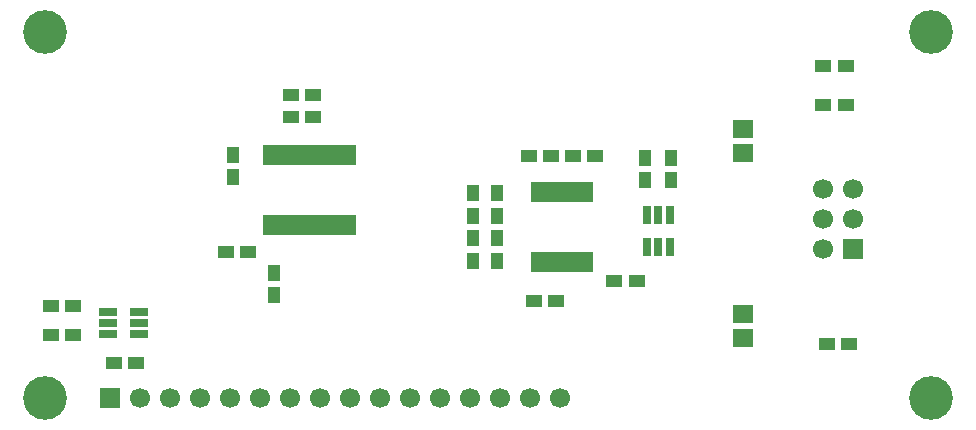
<source format=gts>
G04 Layer_Color=8388736*
%FSLAX25Y25*%
%MOIN*%
G70*
G01*
G75*
%ADD34R,0.06693X0.06299*%
%ADD35R,0.05512X0.04331*%
%ADD36R,0.04331X0.05512*%
%ADD37R,0.03150X0.05906*%
%ADD38R,0.02559X0.07087*%
%ADD39R,0.05906X0.03150*%
%ADD40C,0.14567*%
%ADD41R,0.06693X0.06693*%
%ADD42C,0.06693*%
%ADD43R,0.06693X0.06693*%
D34*
X242520Y29921D02*
D03*
Y37795D02*
D03*
Y91732D02*
D03*
Y99606D02*
D03*
D35*
X276591Y120472D02*
D03*
X269110D02*
D03*
X269079Y107480D02*
D03*
X276559D02*
D03*
X270260Y27953D02*
D03*
X277740D02*
D03*
X206906Y48819D02*
D03*
X199425D02*
D03*
X180134Y42126D02*
D03*
X172653D02*
D03*
X99130Y103445D02*
D03*
X91650D02*
D03*
X91618Y110827D02*
D03*
X99098D02*
D03*
X77476Y58661D02*
D03*
X69996D02*
D03*
X178362Y90650D02*
D03*
X170882D02*
D03*
X185614D02*
D03*
X193095D02*
D03*
X32622Y21492D02*
D03*
X40102D02*
D03*
X11622Y30992D02*
D03*
X19102D02*
D03*
X19134Y40492D02*
D03*
X11654D02*
D03*
D36*
X218504Y82464D02*
D03*
Y89945D02*
D03*
X209842Y89977D02*
D03*
Y82496D02*
D03*
X152362Y63205D02*
D03*
Y55724D02*
D03*
X160236Y55693D02*
D03*
Y63173D02*
D03*
X152362Y70653D02*
D03*
Y78134D02*
D03*
X160236Y78165D02*
D03*
Y70685D02*
D03*
X72244Y90961D02*
D03*
Y83480D02*
D03*
X86024Y51591D02*
D03*
Y44110D02*
D03*
D37*
X210433Y60433D02*
D03*
X214173D02*
D03*
X217913D02*
D03*
Y71063D02*
D03*
X214173D02*
D03*
X210433D02*
D03*
D38*
X190945Y78642D02*
D03*
X188386D02*
D03*
X185827D02*
D03*
X183268D02*
D03*
X180709D02*
D03*
X178150D02*
D03*
X175591D02*
D03*
X173032D02*
D03*
X190945Y55413D02*
D03*
X188386D02*
D03*
X185827D02*
D03*
X183268D02*
D03*
X180709D02*
D03*
X178150D02*
D03*
X175591D02*
D03*
X173032D02*
D03*
X111909Y90945D02*
D03*
X109350D02*
D03*
X106791D02*
D03*
X104232D02*
D03*
X101673D02*
D03*
X99114D02*
D03*
X96555D02*
D03*
X93996D02*
D03*
X91437D02*
D03*
X88878D02*
D03*
X86319D02*
D03*
X83760D02*
D03*
X111909Y67716D02*
D03*
X109350D02*
D03*
X106791D02*
D03*
X104232D02*
D03*
X101673D02*
D03*
X99114D02*
D03*
X96555D02*
D03*
X93996D02*
D03*
X91437D02*
D03*
X88878D02*
D03*
X86319D02*
D03*
X83760D02*
D03*
D39*
X41193Y31252D02*
D03*
Y34992D02*
D03*
Y38732D02*
D03*
X30563D02*
D03*
Y34992D02*
D03*
Y31252D02*
D03*
D40*
X9740Y9968D02*
D03*
X305016D02*
D03*
X9740Y132016D02*
D03*
X305016D02*
D03*
D41*
X31394Y9968D02*
D03*
D42*
X41394D02*
D03*
X51394D02*
D03*
X61394D02*
D03*
X71394D02*
D03*
X81394D02*
D03*
X91394D02*
D03*
X101394D02*
D03*
X111394D02*
D03*
X121394D02*
D03*
X131394D02*
D03*
X141394D02*
D03*
X151394D02*
D03*
X161394D02*
D03*
X171394D02*
D03*
X181394D02*
D03*
X268917Y59488D02*
D03*
X278917Y69488D02*
D03*
X268917D02*
D03*
X278917Y79488D02*
D03*
X268917D02*
D03*
D43*
X278917Y59488D02*
D03*
M02*

</source>
